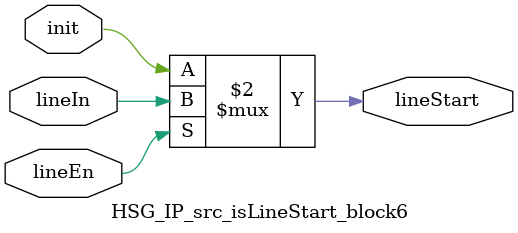
<source format=v>



`timescale 1 ns / 1 ns

module HSG_IP_src_isLineStart_block6
          (lineEn,
           lineIn,
           init,
           lineStart);


  input   lineEn;
  input   lineIn;
  input   init;
  output  lineStart;



  assign lineStart = (lineEn == 1'b0 ? init :
              lineIn);



endmodule  // HSG_IP_src_isLineStart_block6


</source>
